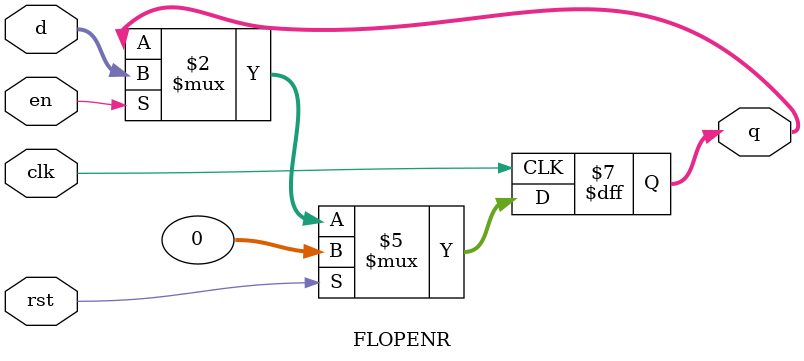
<source format=v>
module FLOPENR #(parameter WIDTH=32)(
    input clk,
    input en,
    input rst,

    input [WIDTH-1:0] d,
    output reg [WIDTH-1:0] q
);
    always @(posedge clk) begin
        if (rst) q <= 0;
        else if (en) q <= d;
    end
endmodule
</source>
